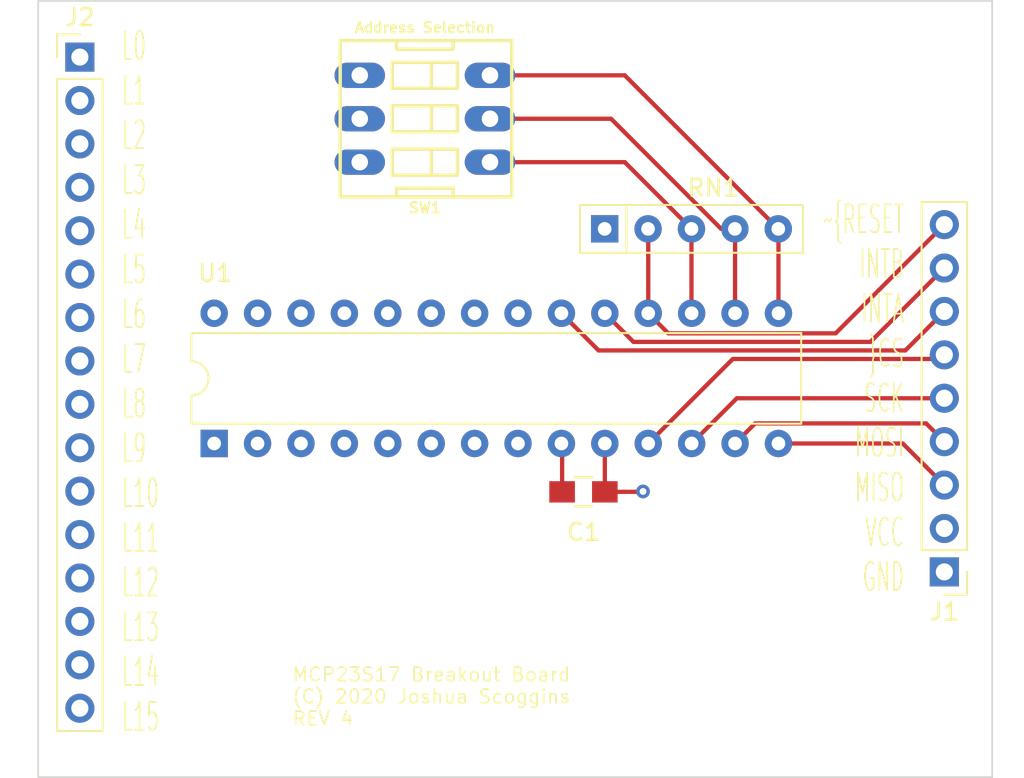
<source format=kicad_pcb>
(kicad_pcb (version 20171130) (host pcbnew 5.1.6)

  (general
    (thickness 1.6002)
    (drawings 7)
    (tracks 41)
    (zones 0)
    (modules 6)
    (nets 29)
  )

  (page A4)
  (title_block
    (rev 1)
  )

  (layers
    (0 Front signal)
    (31 Back signal)
    (34 B.Paste user)
    (35 F.Paste user)
    (36 B.SilkS user)
    (37 F.SilkS user)
    (38 B.Mask user)
    (39 F.Mask user)
    (44 Edge.Cuts user)
    (45 Margin user)
    (46 B.CrtYd user)
    (47 F.CrtYd user)
    (49 F.Fab user)
  )

  (setup
    (last_trace_width 0.25)
    (user_trace_width 0.1)
    (user_trace_width 0.2)
    (user_trace_width 0.5)
    (trace_clearance 0.25)
    (zone_clearance 0.508)
    (zone_45_only no)
    (trace_min 0.1)
    (via_size 0.8)
    (via_drill 0.4)
    (via_min_size 0.45)
    (via_min_drill 0.2)
    (user_via 0.45 0.2)
    (user_via 0.8 0.4)
    (uvia_size 0.8)
    (uvia_drill 0.4)
    (uvias_allowed no)
    (uvia_min_size 0)
    (uvia_min_drill 0)
    (edge_width 0.1)
    (segment_width 0.1)
    (pcb_text_width 0.3)
    (pcb_text_size 1.5 1.5)
    (mod_edge_width 0.1)
    (mod_text_size 0.8 0.8)
    (mod_text_width 0.1)
    (pad_size 1.524 1.524)
    (pad_drill 0.762)
    (pad_to_mask_clearance 0)
    (solder_mask_min_width 0.1)
    (aux_axis_origin 0 0)
    (visible_elements FFFFFF7F)
    (pcbplotparams
      (layerselection 0x010fc_ffffffff)
      (usegerberextensions false)
      (usegerberattributes false)
      (usegerberadvancedattributes false)
      (creategerberjobfile false)
      (excludeedgelayer true)
      (linewidth 0.152400)
      (plotframeref false)
      (viasonmask false)
      (mode 1)
      (useauxorigin false)
      (hpglpennumber 1)
      (hpglpenspeed 20)
      (hpglpendiameter 15.000000)
      (psnegative false)
      (psa4output false)
      (plotreference true)
      (plotvalue false)
      (plotinvisibletext false)
      (padsonsilk false)
      (subtractmaskfromsilk true)
      (outputformat 1)
      (mirror false)
      (drillshape 0)
      (scaleselection 1)
      (outputdirectory "./gerbers_for_aisler"))
  )

  (net 0 "")
  (net 1 GND)
  (net 2 VCC)
  (net 3 /A2)
  (net 4 /A1)
  (net 5 /A0)
  (net 6 /INTB)
  (net 7 /INTA)
  (net 8 /~RESET)
  (net 9 /MISO)
  (net 10 /MOSI)
  (net 11 /SCK)
  (net 12 /~CS)
  (net 13 /L15)
  (net 14 /L14)
  (net 15 /L13)
  (net 16 /L12)
  (net 17 /L11)
  (net 18 /L10)
  (net 19 /L9)
  (net 20 /L8)
  (net 21 /L7)
  (net 22 /L6)
  (net 23 /L5)
  (net 24 /L4)
  (net 25 /L3)
  (net 26 /L2)
  (net 27 /L1)
  (net 28 /L0)

  (net_class Default "This is the default net class."
    (clearance 0.25)
    (trace_width 0.25)
    (via_dia 0.8)
    (via_drill 0.4)
    (uvia_dia 0.8)
    (uvia_drill 0.4)
    (diff_pair_width 0.25)
    (diff_pair_gap 0.25)
    (add_net /A0)
    (add_net /A1)
    (add_net /A2)
    (add_net /INTA)
    (add_net /INTB)
    (add_net /L0)
    (add_net /L1)
    (add_net /L10)
    (add_net /L11)
    (add_net /L12)
    (add_net /L13)
    (add_net /L14)
    (add_net /L15)
    (add_net /L2)
    (add_net /L3)
    (add_net /L4)
    (add_net /L5)
    (add_net /L6)
    (add_net /L7)
    (add_net /L8)
    (add_net /L9)
    (add_net /MISO)
    (add_net /MOSI)
    (add_net /SCK)
    (add_net /~CS)
    (add_net /~RESET)
    (add_net GND)
    (add_net VCC)
  )

  (net_class Min "This is the bare minimum allowed."
    (clearance 0.1)
    (trace_width 0.1)
    (via_dia 0.45)
    (via_drill 0.2)
    (uvia_dia 0.45)
    (uvia_drill 0.2)
    (diff_pair_width 0.12)
    (diff_pair_gap 0.12)
  )

  (module Switches:DIPSWITCH-03 (layer Front) (tedit 5E65409A) (tstamp 5FC635BB)
    (at 114.62512 29.19476 90)
    (descr "3-POSITION DIP SWITCH - PTH, 0.1\"-PITCH")
    (tags "3-POSITION DIP SWITCH - PTH, 0.1\"-PITCH")
    (path /5FB72829)
    (attr virtual)
    (fp_text reference SW1 (at -11.557 0) (layer F.SilkS)
      (effects (font (size 0.6096 0.6096) (thickness 0.127)))
    )
    (fp_text value "Address Selection" (at -1.016 0) (layer F.SilkS)
      (effects (font (size 0.6096 0.6096) (thickness 0.127)))
    )
    (fp_line (start -10.922 5.08) (end -1.778 5.08) (layer F.SilkS) (width 0.2032))
    (fp_line (start -10.922 -4.953) (end -1.778 -4.953) (layer F.SilkS) (width 0.2032))
    (fp_line (start -8.128 1.905) (end -9.652 1.905) (layer F.SilkS) (width 0.2032))
    (fp_line (start -8.128 1.905) (end -8.128 -1.905) (layer F.SilkS) (width 0.2032))
    (fp_line (start -9.652 -1.905) (end -8.128 -1.905) (layer F.SilkS) (width 0.2032))
    (fp_line (start -9.652 -1.905) (end -9.652 1.905) (layer F.SilkS) (width 0.2032))
    (fp_line (start -5.588 1.905) (end -7.112 1.905) (layer F.SilkS) (width 0.2032))
    (fp_line (start -5.588 1.905) (end -5.588 -1.905) (layer F.SilkS) (width 0.2032))
    (fp_line (start -7.112 -1.905) (end -5.588 -1.905) (layer F.SilkS) (width 0.2032))
    (fp_line (start -7.112 -1.905) (end -7.112 1.905) (layer F.SilkS) (width 0.2032))
    (fp_line (start -3.048 1.905) (end -4.572 1.905) (layer F.SilkS) (width 0.2032))
    (fp_line (start -3.048 1.905) (end -3.048 -1.905) (layer F.SilkS) (width 0.2032))
    (fp_line (start -4.572 -1.905) (end -3.048 -1.905) (layer F.SilkS) (width 0.2032))
    (fp_line (start -4.572 -1.905) (end -4.572 1.905) (layer F.SilkS) (width 0.2032))
    (fp_line (start -1.778 1.651) (end -1.778 -1.651) (layer F.SilkS) (width 0.2032))
    (fp_line (start -1.778 -1.651) (end -1.778 -4.953) (layer F.SilkS) (width 0.2032))
    (fp_line (start -2.286 1.651) (end -1.778 1.651) (layer F.SilkS) (width 0.2032))
    (fp_line (start -2.286 -1.651) (end -2.286 1.651) (layer F.SilkS) (width 0.2032))
    (fp_line (start -1.778 -1.651) (end -2.286 -1.651) (layer F.SilkS) (width 0.2032))
    (fp_line (start -1.778 4.953) (end -1.778 1.651) (layer F.SilkS) (width 0.2032))
    (fp_line (start -10.922 -1.651) (end -10.922 1.651) (layer F.SilkS) (width 0.2032))
    (fp_line (start -10.922 1.651) (end -10.922 4.953) (layer F.SilkS) (width 0.2032))
    (fp_line (start -10.414 -1.651) (end -10.922 -1.651) (layer F.SilkS) (width 0.2032))
    (fp_line (start -10.414 1.651) (end -10.414 -1.651) (layer F.SilkS) (width 0.2032))
    (fp_line (start -10.922 1.651) (end -10.414 1.651) (layer F.SilkS) (width 0.2032))
    (fp_line (start -10.922 -4.953) (end -10.922 -1.651) (layer F.SilkS) (width 0.2032))
    (fp_line (start -9.652 0.381) (end -8.128 0.381) (layer F.SilkS) (width 0.2032))
    (fp_line (start -7.112 0.381) (end -5.588 0.381) (layer F.SilkS) (width 0.2032))
    (fp_line (start -4.572 0.381) (end -3.048 0.381) (layer F.SilkS) (width 0.2032))
    (fp_text user ON (at -8.636 -3.302 90) (layer Dwgs.User)
      (effects (font (size 1.524 1.524) (thickness 0.1524)))
    )
    (pad 6 thru_hole oval (at -8.89 -3.81 270) (size 1.47574 2.95402) (drill 0.96774) (layers *.Cu *.Mask)
      (net 1 GND) (solder_mask_margin 0.1016))
    (pad 5 thru_hole oval (at -6.35 -3.81 270) (size 1.47574 2.95402) (drill 0.96774) (layers *.Cu *.Mask)
      (net 1 GND) (solder_mask_margin 0.1016))
    (pad 4 thru_hole oval (at -3.81 -3.81 270) (size 1.47574 2.95402) (drill 0.96774) (layers *.Cu *.Mask)
      (net 1 GND) (solder_mask_margin 0.1016))
    (pad 3 thru_hole oval (at -3.81 3.81 270) (size 1.47574 2.95402) (drill 0.96774) (layers *.Cu *.Mask)
      (net 5 /A0) (solder_mask_margin 0.1016))
    (pad 2 thru_hole oval (at -6.35 3.81 270) (size 1.47574 2.95402) (drill 0.96774) (layers *.Cu *.Mask)
      (net 4 /A1) (solder_mask_margin 0.1016))
    (pad 1 thru_hole oval (at -8.89 3.81 270) (size 1.47574 2.95402) (drill 0.96774) (layers *.Cu *.Mask)
      (net 3 /A2) (solder_mask_margin 0.1016))
  )

  (module Resistor_THT:R_Array_SIP5 (layer Front) (tedit 5A14249F) (tstamp 5FC63593)
    (at 125.1458 41.98874)
    (descr "5-pin Resistor SIP pack")
    (tags R)
    (path /5FB8947C)
    (fp_text reference RN1 (at 6.35 -2.4) (layer F.SilkS)
      (effects (font (size 1 1) (thickness 0.15)))
    )
    (fp_text value 10k (at 6.35 2.4) (layer F.Fab)
      (effects (font (size 1 1) (thickness 0.15)))
    )
    (fp_line (start 11.9 -1.65) (end -1.7 -1.65) (layer F.CrtYd) (width 0.05))
    (fp_line (start 11.9 1.65) (end 11.9 -1.65) (layer F.CrtYd) (width 0.05))
    (fp_line (start -1.7 1.65) (end 11.9 1.65) (layer F.CrtYd) (width 0.05))
    (fp_line (start -1.7 -1.65) (end -1.7 1.65) (layer F.CrtYd) (width 0.05))
    (fp_line (start 1.27 -1.4) (end 1.27 1.4) (layer F.SilkS) (width 0.12))
    (fp_line (start 11.6 -1.4) (end -1.44 -1.4) (layer F.SilkS) (width 0.12))
    (fp_line (start 11.6 1.4) (end 11.6 -1.4) (layer F.SilkS) (width 0.12))
    (fp_line (start -1.44 1.4) (end 11.6 1.4) (layer F.SilkS) (width 0.12))
    (fp_line (start -1.44 -1.4) (end -1.44 1.4) (layer F.SilkS) (width 0.12))
    (fp_line (start 1.27 -1.25) (end 1.27 1.25) (layer F.Fab) (width 0.1))
    (fp_line (start 11.45 -1.25) (end -1.29 -1.25) (layer F.Fab) (width 0.1))
    (fp_line (start 11.45 1.25) (end 11.45 -1.25) (layer F.Fab) (width 0.1))
    (fp_line (start -1.29 1.25) (end 11.45 1.25) (layer F.Fab) (width 0.1))
    (fp_line (start -1.29 -1.25) (end -1.29 1.25) (layer F.Fab) (width 0.1))
    (fp_text user %R (at 5.08 0) (layer F.Fab)
      (effects (font (size 1 1) (thickness 0.15)))
    )
    (pad 5 thru_hole oval (at 10.16 0) (size 1.6 1.6) (drill 0.8) (layers *.Cu *.Mask)
      (net 5 /A0))
    (pad 4 thru_hole oval (at 7.62 0) (size 1.6 1.6) (drill 0.8) (layers *.Cu *.Mask)
      (net 4 /A1))
    (pad 3 thru_hole oval (at 5.08 0) (size 1.6 1.6) (drill 0.8) (layers *.Cu *.Mask)
      (net 3 /A2))
    (pad 2 thru_hole oval (at 2.54 0) (size 1.6 1.6) (drill 0.8) (layers *.Cu *.Mask)
      (net 8 /~RESET))
    (pad 1 thru_hole rect (at 0 0) (size 1.6 1.6) (drill 0.8) (layers *.Cu *.Mask)
      (net 2 VCC))
    (model ${KISYS3DMOD}/Resistor_THT.3dshapes/R_Array_SIP5.wrl
      (at (xyz 0 0 0))
      (scale (xyz 1 1 1))
      (rotate (xyz 0 0 0))
    )
  )

  (module Connector_PinHeader_2.54mm:PinHeader_1x09_P2.54mm_Vertical (layer Front) (tedit 59FED5CC) (tstamp 5FB481DB)
    (at 145.0213 62.05982 180)
    (descr "Through hole straight pin header, 1x09, 2.54mm pitch, single row")
    (tags "Through hole pin header THT 1x09 2.54mm single row")
    (path /5FCB7AEE)
    (fp_text reference J1 (at 0 -2.33) (layer F.SilkS)
      (effects (font (size 1 1) (thickness 0.15)))
    )
    (fp_text value Conn_01x09 (at 0 22.65) (layer F.Fab)
      (effects (font (size 1 1) (thickness 0.15)))
    )
    (fp_line (start -0.635 -1.27) (end 1.27 -1.27) (layer F.Fab) (width 0.1))
    (fp_line (start 1.27 -1.27) (end 1.27 21.59) (layer F.Fab) (width 0.1))
    (fp_line (start 1.27 21.59) (end -1.27 21.59) (layer F.Fab) (width 0.1))
    (fp_line (start -1.27 21.59) (end -1.27 -0.635) (layer F.Fab) (width 0.1))
    (fp_line (start -1.27 -0.635) (end -0.635 -1.27) (layer F.Fab) (width 0.1))
    (fp_line (start -1.33 21.65) (end 1.33 21.65) (layer F.SilkS) (width 0.12))
    (fp_line (start -1.33 1.27) (end -1.33 21.65) (layer F.SilkS) (width 0.12))
    (fp_line (start 1.33 1.27) (end 1.33 21.65) (layer F.SilkS) (width 0.12))
    (fp_line (start -1.33 1.27) (end 1.33 1.27) (layer F.SilkS) (width 0.12))
    (fp_line (start -1.33 0) (end -1.33 -1.33) (layer F.SilkS) (width 0.12))
    (fp_line (start -1.33 -1.33) (end 0 -1.33) (layer F.SilkS) (width 0.12))
    (fp_line (start -1.8 -1.8) (end -1.8 22.1) (layer F.CrtYd) (width 0.05))
    (fp_line (start -1.8 22.1) (end 1.8 22.1) (layer F.CrtYd) (width 0.05))
    (fp_line (start 1.8 22.1) (end 1.8 -1.8) (layer F.CrtYd) (width 0.05))
    (fp_line (start 1.8 -1.8) (end -1.8 -1.8) (layer F.CrtYd) (width 0.05))
    (fp_text user %R (at 0 10.16 90) (layer F.Fab)
      (effects (font (size 1 1) (thickness 0.15)))
    )
    (pad 9 thru_hole oval (at 0 20.32 180) (size 1.7 1.7) (drill 1) (layers *.Cu *.Mask)
      (net 8 /~RESET))
    (pad 8 thru_hole oval (at 0 17.78 180) (size 1.7 1.7) (drill 1) (layers *.Cu *.Mask)
      (net 6 /INTB))
    (pad 7 thru_hole oval (at 0 15.24 180) (size 1.7 1.7) (drill 1) (layers *.Cu *.Mask)
      (net 7 /INTA))
    (pad 6 thru_hole oval (at 0 12.7 180) (size 1.7 1.7) (drill 1) (layers *.Cu *.Mask)
      (net 12 /~CS))
    (pad 5 thru_hole oval (at 0 10.16 180) (size 1.7 1.7) (drill 1) (layers *.Cu *.Mask)
      (net 11 /SCK))
    (pad 4 thru_hole oval (at 0 7.62 180) (size 1.7 1.7) (drill 1) (layers *.Cu *.Mask)
      (net 10 /MOSI))
    (pad 3 thru_hole oval (at 0 5.08 180) (size 1.7 1.7) (drill 1) (layers *.Cu *.Mask)
      (net 9 /MISO))
    (pad 2 thru_hole oval (at 0 2.54 180) (size 1.7 1.7) (drill 1) (layers *.Cu *.Mask)
      (net 2 VCC))
    (pad 1 thru_hole rect (at 0 0 180) (size 1.7 1.7) (drill 1) (layers *.Cu *.Mask)
      (net 1 GND))
    (model ${KISYS3DMOD}/Connector_PinHeader_2.54mm.3dshapes/PinHeader_1x09_P2.54mm_Vertical.wrl
      (at (xyz 0 0 0))
      (scale (xyz 1 1 1))
      (rotate (xyz 0 0 0))
    )
  )

  (module Package_DIP:DIP-28_W7.62mm (layer Front) (tedit 5A02E8C5) (tstamp 5FA94097)
    (at 102.29596 54.5465 90)
    (descr "28-lead though-hole mounted DIP package, row spacing 7.62 mm (300 mils)")
    (tags "THT DIP DIL PDIP 2.54mm 7.62mm 300mil")
    (path /5F9EB789)
    (fp_text reference U1 (at 9.9695 0.07112 180) (layer F.SilkS)
      (effects (font (size 1 1) (thickness 0.15)))
    )
    (fp_text value MCP23S17_SP (at 3.81 35.35 90) (layer F.Fab)
      (effects (font (size 1 1) (thickness 0.15)))
    )
    (fp_line (start 1.635 -1.27) (end 6.985 -1.27) (layer F.Fab) (width 0.1))
    (fp_line (start 6.985 -1.27) (end 6.985 34.29) (layer F.Fab) (width 0.1))
    (fp_line (start 6.985 34.29) (end 0.635 34.29) (layer F.Fab) (width 0.1))
    (fp_line (start 0.635 34.29) (end 0.635 -0.27) (layer F.Fab) (width 0.1))
    (fp_line (start 0.635 -0.27) (end 1.635 -1.27) (layer F.Fab) (width 0.1))
    (fp_line (start 2.81 -1.33) (end 1.16 -1.33) (layer F.SilkS) (width 0.12))
    (fp_line (start 1.16 -1.33) (end 1.16 34.35) (layer F.SilkS) (width 0.12))
    (fp_line (start 1.16 34.35) (end 6.46 34.35) (layer F.SilkS) (width 0.12))
    (fp_line (start 6.46 34.35) (end 6.46 -1.33) (layer F.SilkS) (width 0.12))
    (fp_line (start 6.46 -1.33) (end 4.81 -1.33) (layer F.SilkS) (width 0.12))
    (fp_line (start -1.1 -1.55) (end -1.1 34.55) (layer F.CrtYd) (width 0.05))
    (fp_line (start -1.1 34.55) (end 8.7 34.55) (layer F.CrtYd) (width 0.05))
    (fp_line (start 8.7 34.55) (end 8.7 -1.55) (layer F.CrtYd) (width 0.05))
    (fp_line (start 8.7 -1.55) (end -1.1 -1.55) (layer F.CrtYd) (width 0.05))
    (fp_text user %R (at 3.81 16.51 90) (layer F.Fab)
      (effects (font (size 1 1) (thickness 0.15)))
    )
    (fp_arc (start 3.81 -1.33) (end 2.81 -1.33) (angle -180) (layer F.SilkS) (width 0.12))
    (pad 28 thru_hole oval (at 7.62 0 90) (size 1.6 1.6) (drill 0.8) (layers *.Cu *.Mask)
      (net 21 /L7))
    (pad 14 thru_hole oval (at 0 33.02 90) (size 1.6 1.6) (drill 0.8) (layers *.Cu *.Mask)
      (net 9 /MISO))
    (pad 27 thru_hole oval (at 7.62 2.54 90) (size 1.6 1.6) (drill 0.8) (layers *.Cu *.Mask)
      (net 22 /L6))
    (pad 13 thru_hole oval (at 0 30.48 90) (size 1.6 1.6) (drill 0.8) (layers *.Cu *.Mask)
      (net 10 /MOSI))
    (pad 26 thru_hole oval (at 7.62 5.08 90) (size 1.6 1.6) (drill 0.8) (layers *.Cu *.Mask)
      (net 23 /L5))
    (pad 12 thru_hole oval (at 0 27.94 90) (size 1.6 1.6) (drill 0.8) (layers *.Cu *.Mask)
      (net 11 /SCK))
    (pad 25 thru_hole oval (at 7.62 7.62 90) (size 1.6 1.6) (drill 0.8) (layers *.Cu *.Mask)
      (net 24 /L4))
    (pad 11 thru_hole oval (at 0 25.4 90) (size 1.6 1.6) (drill 0.8) (layers *.Cu *.Mask)
      (net 12 /~CS))
    (pad 24 thru_hole oval (at 7.62 10.16 90) (size 1.6 1.6) (drill 0.8) (layers *.Cu *.Mask)
      (net 25 /L3))
    (pad 10 thru_hole oval (at 0 22.86 90) (size 1.6 1.6) (drill 0.8) (layers *.Cu *.Mask)
      (net 1 GND))
    (pad 23 thru_hole oval (at 7.62 12.7 90) (size 1.6 1.6) (drill 0.8) (layers *.Cu *.Mask)
      (net 26 /L2))
    (pad 9 thru_hole oval (at 0 20.32 90) (size 1.6 1.6) (drill 0.8) (layers *.Cu *.Mask)
      (net 2 VCC))
    (pad 22 thru_hole oval (at 7.62 15.24 90) (size 1.6 1.6) (drill 0.8) (layers *.Cu *.Mask)
      (net 27 /L1))
    (pad 8 thru_hole oval (at 0 17.78 90) (size 1.6 1.6) (drill 0.8) (layers *.Cu *.Mask)
      (net 13 /L15))
    (pad 21 thru_hole oval (at 7.62 17.78 90) (size 1.6 1.6) (drill 0.8) (layers *.Cu *.Mask)
      (net 28 /L0))
    (pad 7 thru_hole oval (at 0 15.24 90) (size 1.6 1.6) (drill 0.8) (layers *.Cu *.Mask)
      (net 14 /L14))
    (pad 20 thru_hole oval (at 7.62 20.32 90) (size 1.6 1.6) (drill 0.8) (layers *.Cu *.Mask)
      (net 7 /INTA))
    (pad 6 thru_hole oval (at 0 12.7 90) (size 1.6 1.6) (drill 0.8) (layers *.Cu *.Mask)
      (net 15 /L13))
    (pad 19 thru_hole oval (at 7.62 22.86 90) (size 1.6 1.6) (drill 0.8) (layers *.Cu *.Mask)
      (net 6 /INTB))
    (pad 5 thru_hole oval (at 0 10.16 90) (size 1.6 1.6) (drill 0.8) (layers *.Cu *.Mask)
      (net 16 /L12))
    (pad 18 thru_hole oval (at 7.62 25.4 90) (size 1.6 1.6) (drill 0.8) (layers *.Cu *.Mask)
      (net 8 /~RESET))
    (pad 4 thru_hole oval (at 0 7.62 90) (size 1.6 1.6) (drill 0.8) (layers *.Cu *.Mask)
      (net 17 /L11))
    (pad 17 thru_hole oval (at 7.62 27.94 90) (size 1.6 1.6) (drill 0.8) (layers *.Cu *.Mask)
      (net 3 /A2))
    (pad 3 thru_hole oval (at 0 5.08 90) (size 1.6 1.6) (drill 0.8) (layers *.Cu *.Mask)
      (net 18 /L10))
    (pad 16 thru_hole oval (at 7.62 30.48 90) (size 1.6 1.6) (drill 0.8) (layers *.Cu *.Mask)
      (net 4 /A1))
    (pad 2 thru_hole oval (at 0 2.54 90) (size 1.6 1.6) (drill 0.8) (layers *.Cu *.Mask)
      (net 19 /L9))
    (pad 15 thru_hole oval (at 7.62 33.02 90) (size 1.6 1.6) (drill 0.8) (layers *.Cu *.Mask)
      (net 5 /A0))
    (pad 1 thru_hole rect (at 0 0 90) (size 1.6 1.6) (drill 0.8) (layers *.Cu *.Mask)
      (net 20 /L8))
    (model ${KISYS3DMOD}/Package_DIP.3dshapes/DIP-28_W7.62mm.wrl
      (at (xyz 0 0 0))
      (scale (xyz 1 1 1))
      (rotate (xyz 0 0 0))
    )
  )

  (module Connector_PinHeader_2.54mm:PinHeader_1x16_P2.54mm_Vertical (layer Front) (tedit 59FED5CC) (tstamp 5FB49408)
    (at 94.4372 31.93796)
    (descr "Through hole straight pin header, 1x16, 2.54mm pitch, single row")
    (tags "Through hole pin header THT 1x16 2.54mm single row")
    (path /5F9EC33A)
    (fp_text reference J2 (at 0 -2.33) (layer F.SilkS)
      (effects (font (size 1 1) (thickness 0.15)))
    )
    (fp_text value Conn_01x16 (at 0 40.43) (layer F.Fab)
      (effects (font (size 1 1) (thickness 0.15)))
    )
    (fp_line (start -0.635 -1.27) (end 1.27 -1.27) (layer F.Fab) (width 0.1))
    (fp_line (start 1.27 -1.27) (end 1.27 39.37) (layer F.Fab) (width 0.1))
    (fp_line (start 1.27 39.37) (end -1.27 39.37) (layer F.Fab) (width 0.1))
    (fp_line (start -1.27 39.37) (end -1.27 -0.635) (layer F.Fab) (width 0.1))
    (fp_line (start -1.27 -0.635) (end -0.635 -1.27) (layer F.Fab) (width 0.1))
    (fp_line (start -1.33 39.43) (end 1.33 39.43) (layer F.SilkS) (width 0.12))
    (fp_line (start -1.33 1.27) (end -1.33 39.43) (layer F.SilkS) (width 0.12))
    (fp_line (start 1.33 1.27) (end 1.33 39.43) (layer F.SilkS) (width 0.12))
    (fp_line (start -1.33 1.27) (end 1.33 1.27) (layer F.SilkS) (width 0.12))
    (fp_line (start -1.33 0) (end -1.33 -1.33) (layer F.SilkS) (width 0.12))
    (fp_line (start -1.33 -1.33) (end 0 -1.33) (layer F.SilkS) (width 0.12))
    (fp_line (start -1.8 -1.8) (end -1.8 39.9) (layer F.CrtYd) (width 0.05))
    (fp_line (start -1.8 39.9) (end 1.8 39.9) (layer F.CrtYd) (width 0.05))
    (fp_line (start 1.8 39.9) (end 1.8 -1.8) (layer F.CrtYd) (width 0.05))
    (fp_line (start 1.8 -1.8) (end -1.8 -1.8) (layer F.CrtYd) (width 0.05))
    (fp_text user %R (at 0 19.05 90) (layer F.Fab)
      (effects (font (size 1 1) (thickness 0.15)))
    )
    (pad 16 thru_hole oval (at 0 38.1) (size 1.7 1.7) (drill 1) (layers *.Cu *.Mask)
      (net 13 /L15))
    (pad 15 thru_hole oval (at 0 35.56) (size 1.7 1.7) (drill 1) (layers *.Cu *.Mask)
      (net 14 /L14))
    (pad 14 thru_hole oval (at 0 33.02) (size 1.7 1.7) (drill 1) (layers *.Cu *.Mask)
      (net 15 /L13))
    (pad 13 thru_hole oval (at 0 30.48) (size 1.7 1.7) (drill 1) (layers *.Cu *.Mask)
      (net 16 /L12))
    (pad 12 thru_hole oval (at 0 27.94) (size 1.7 1.7) (drill 1) (layers *.Cu *.Mask)
      (net 17 /L11))
    (pad 11 thru_hole oval (at 0 25.4) (size 1.7 1.7) (drill 1) (layers *.Cu *.Mask)
      (net 18 /L10))
    (pad 10 thru_hole oval (at 0 22.86) (size 1.7 1.7) (drill 1) (layers *.Cu *.Mask)
      (net 19 /L9))
    (pad 9 thru_hole oval (at 0 20.32) (size 1.7 1.7) (drill 1) (layers *.Cu *.Mask)
      (net 20 /L8))
    (pad 8 thru_hole oval (at 0 17.78) (size 1.7 1.7) (drill 1) (layers *.Cu *.Mask)
      (net 21 /L7))
    (pad 7 thru_hole oval (at 0 15.24) (size 1.7 1.7) (drill 1) (layers *.Cu *.Mask)
      (net 22 /L6))
    (pad 6 thru_hole oval (at 0 12.7) (size 1.7 1.7) (drill 1) (layers *.Cu *.Mask)
      (net 23 /L5))
    (pad 5 thru_hole oval (at 0 10.16) (size 1.7 1.7) (drill 1) (layers *.Cu *.Mask)
      (net 24 /L4))
    (pad 4 thru_hole oval (at 0 7.62) (size 1.7 1.7) (drill 1) (layers *.Cu *.Mask)
      (net 25 /L3))
    (pad 3 thru_hole oval (at 0 5.08) (size 1.7 1.7) (drill 1) (layers *.Cu *.Mask)
      (net 26 /L2))
    (pad 2 thru_hole oval (at 0 2.54) (size 1.7 1.7) (drill 1) (layers *.Cu *.Mask)
      (net 27 /L1))
    (pad 1 thru_hole rect (at 0 0) (size 1.7 1.7) (drill 1) (layers *.Cu *.Mask)
      (net 28 /L0))
    (model ${KISYS3DMOD}/Connector_PinHeader_2.54mm.3dshapes/PinHeader_1x16_P2.54mm_Vertical.wrl
      (at (xyz 0 0 0))
      (scale (xyz 1 1 1))
      (rotate (xyz 0 0 0))
    )
  )

  (module Capacitors_SMD:C_0805_HandSoldering (layer Front) (tedit 541A9B8D) (tstamp 5FA94012)
    (at 123.90628 57.37606)
    (descr "Capacitor SMD 0805, hand soldering")
    (tags "capacitor 0805")
    (path /5F9F21B4)
    (attr smd)
    (fp_text reference C1 (at 0.00762 2.35204) (layer F.SilkS)
      (effects (font (size 1 1) (thickness 0.15)))
    )
    (fp_text value 0.1uF (at 0 2.1) (layer F.Fab)
      (effects (font (size 1 1) (thickness 0.15)))
    )
    (fp_line (start -2.3 -1) (end 2.3 -1) (layer F.CrtYd) (width 0.05))
    (fp_line (start -2.3 1) (end 2.3 1) (layer F.CrtYd) (width 0.05))
    (fp_line (start -2.3 -1) (end -2.3 1) (layer F.CrtYd) (width 0.05))
    (fp_line (start 2.3 -1) (end 2.3 1) (layer F.CrtYd) (width 0.05))
    (fp_line (start 0.5 -0.85) (end -0.5 -0.85) (layer F.SilkS) (width 0.15))
    (fp_line (start -0.5 0.85) (end 0.5 0.85) (layer F.SilkS) (width 0.15))
    (pad 2 smd rect (at 1.25 0) (size 1.5 1.25) (layers Front F.Paste F.Mask)
      (net 1 GND))
    (pad 1 smd rect (at -1.25 0) (size 1.5 1.25) (layers Front F.Paste F.Mask)
      (net 2 VCC))
    (model Capacitors_SMD.3dshapes/C_0805_HandSoldering.wrl
      (at (xyz 0 0 0))
      (scale (xyz 1 1 1))
      (rotate (xyz 0 0 0))
    )
  )

  (gr_line (start 147.82292 28.64612) (end 147.82292 74.07402) (layer Edge.Cuts) (width 0.1))
  (gr_line (start 92.00134 28.64612) (end 147.82292 28.64612) (layer Edge.Cuts) (width 0.1))
  (gr_line (start 92.00134 74.07402) (end 92.00134 28.64612) (layer Edge.Cuts) (width 0.1))
  (gr_line (start 147.82292 74.07402) (end 92.00134 74.07402) (layer Edge.Cuts) (width 0.1))
  (gr_text "MCP23S17 Breakout Board\n(C) 2020 Joshua Scoggins\nREV 4" (at 106.807 69.350713) (layer F.SilkS)
    (effects (font (size 0.8 0.8) (thickness 0.1)) (justify left))
  )
  (gr_text "L0\nL1\nL2\nL3\nL4\nL5\nL6\nL7\nL8\nL9\nL10\nL11\nL12\nL13\nL14\nL15" (at 96.84004 50.91684) (layer F.SilkS) (tstamp 5FB48A15)
    (effects (font (size 1.6256 0.8) (thickness 0.1)) (justify left))
  )
  (gr_text "~RESET\nINTB\nINTA\n~CS\nSCK\nMOSI\nMISO\nVCC\nGND" (at 142.73784 51.89982) (layer F.SilkS)
    (effects (font (size 1.6256 0.8) (thickness 0.1)) (justify right))
  )

  (segment (start 125.15628 54.54682) (end 125.15596 54.5465) (width 0.25) (layer Front) (net 1))
  (segment (start 125.15628 57.37606) (end 125.15628 54.54682) (width 0.25) (layer Front) (net 1))
  (via (at 127.39116 57.3532) (size 0.8) (drill 0.4) (layers Front Back) (net 1))
  (segment (start 125.15628 57.37606) (end 127.3683 57.37606) (width 0.25) (layer Front) (net 1))
  (segment (start 127.3683 57.37606) (end 127.39116 57.3532) (width 0.25) (layer Front) (net 1))
  (segment (start 122.65628 54.58682) (end 122.61596 54.5465) (width 0.25) (layer Front) (net 2))
  (segment (start 122.65628 57.37606) (end 122.65628 54.58682) (width 0.25) (layer Front) (net 2))
  (segment (start 126.32182 38.08476) (end 130.2258 41.98874) (width 0.25) (layer Front) (net 3))
  (segment (start 118.43512 38.08476) (end 126.32182 38.08476) (width 0.25) (layer Front) (net 3))
  (segment (start 130.2258 46.91634) (end 130.23596 46.9265) (width 0.25) (layer Front) (net 3))
  (segment (start 130.2258 41.98874) (end 130.2258 46.91634) (width 0.25) (layer Front) (net 3))
  (segment (start 131.964802 41.98874) (end 132.7658 41.98874) (width 0.25) (layer Front) (net 4))
  (segment (start 125.520822 35.54476) (end 131.964802 41.98874) (width 0.25) (layer Front) (net 4))
  (segment (start 118.43512 35.54476) (end 125.520822 35.54476) (width 0.25) (layer Front) (net 4))
  (segment (start 132.77596 41.9989) (end 132.7658 41.98874) (width 0.25) (layer Front) (net 4))
  (segment (start 132.77596 46.9265) (end 132.77596 41.9989) (width 0.25) (layer Front) (net 4))
  (segment (start 135.31596 41.9989) (end 135.3058 41.98874) (width 0.25) (layer Front) (net 5))
  (segment (start 135.31596 46.9265) (end 135.31596 41.9989) (width 0.25) (layer Front) (net 5))
  (segment (start 126.32182 33.00476) (end 135.3058 41.98874) (width 0.25) (layer Front) (net 5))
  (segment (start 118.43512 33.00476) (end 126.32182 33.00476) (width 0.25) (layer Front) (net 5))
  (segment (start 126.830972 48.601512) (end 125.15596 46.9265) (width 0.25) (layer Front) (net 6))
  (segment (start 140.699608 48.601512) (end 126.830972 48.601512) (width 0.25) (layer Front) (net 6))
  (segment (start 145.0213 44.27982) (end 140.699608 48.601512) (width 0.25) (layer Front) (net 6))
  (segment (start 142.739598 49.101522) (end 145.0213 46.81982) (width 0.25) (layer Front) (net 7))
  (segment (start 124.790982 49.101522) (end 142.739598 49.101522) (width 0.25) (layer Front) (net 7))
  (segment (start 122.61596 46.9265) (end 124.790982 49.101522) (width 0.25) (layer Front) (net 7))
  (segment (start 127.69596 41.9989) (end 127.6858 41.98874) (width 0.25) (layer Front) (net 8))
  (segment (start 127.69596 46.9265) (end 127.69596 41.9989) (width 0.25) (layer Front) (net 8))
  (segment (start 128.870961 48.101501) (end 127.69596 46.9265) (width 0.25) (layer Front) (net 8))
  (segment (start 138.659619 48.101501) (end 128.870961 48.101501) (width 0.25) (layer Front) (net 8))
  (segment (start 145.0213 41.73982) (end 138.659619 48.101501) (width 0.25) (layer Front) (net 8))
  (segment (start 142.58798 54.5465) (end 145.0213 56.97982) (width 0.25) (layer Front) (net 9))
  (segment (start 135.31596 54.5465) (end 142.58798 54.5465) (width 0.25) (layer Front) (net 9))
  (segment (start 143.952979 53.371499) (end 145.0213 54.43982) (width 0.25) (layer Front) (net 10))
  (segment (start 133.950961 53.371499) (end 143.952979 53.371499) (width 0.25) (layer Front) (net 10))
  (segment (start 132.77596 54.5465) (end 133.950961 53.371499) (width 0.25) (layer Front) (net 10))
  (segment (start 132.88264 51.89982) (end 145.0213 51.89982) (width 0.25) (layer Front) (net 11))
  (segment (start 130.23596 54.5465) (end 132.88264 51.89982) (width 0.25) (layer Front) (net 11))
  (segment (start 144.779589 49.601531) (end 145.0213 49.35982) (width 0.25) (layer Front) (net 12))
  (segment (start 132.64093 49.601531) (end 144.779589 49.601531) (width 0.25) (layer Front) (net 12))
  (segment (start 127.69596 54.5465) (end 132.64093 49.601531) (width 0.25) (layer Front) (net 12))

  (zone (net 0) (net_name "") (layers F&B.Cu) (tstamp 0) (hatch edge 0.508)
    (connect_pads (clearance 0.508))
    (min_thickness 0.254)
    (keepout (tracks allowed) (vias allowed) (copperpour not_allowed))
    (fill (arc_segments 32) (thermal_gap 0.508) (thermal_bridge_width 0.508))
    (polygon
      (pts
        (xy 126.70282 55.7149) (xy 121.27992 55.72125) (xy 121.2596 53.25491) (xy 126.6825 53.24856)
      )
    )
  )
)

</source>
